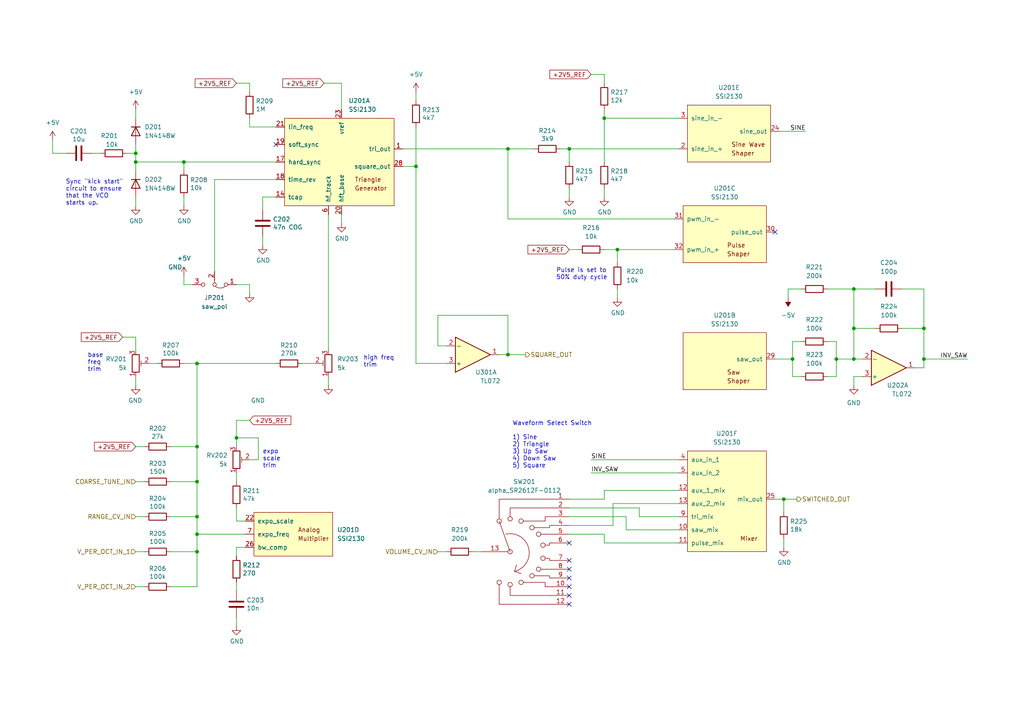
<source format=kicad_sch>
(kicad_sch (version 20230121) (generator eeschema)
  (paper "A4")
  (title_block (title "Josh Ox Ribbon Synth Mod Osc board") (date "2022-07-21") (rev "0") (comment 2 "creativecommons.org/licenses/by/4.0") (comment 3 "license: CC by 4.0") (comment 4 "Author: Jordan Aceto"))
  (lib_symbols
    (symbol "Amplifier_Operational:TL072" (pin_names (offset 0.127))
      (property "Reference" "U" (at 0 5.08 0))
      (property "Value" "TL072" (at 0 -5.08 0))
      (symbol "TL072_1_1"
        (pin output line (at 7.62 0 180) (length 2.54) (name "~") (number "1"))
        (pin input line (at -7.62 -2.54 0) (length 2.54) (name "-") (number "2"))
        (pin input line (at -7.62 2.54 0) (length 2.54) (name "+") (number "3"))
      )
      (symbol "TL072_2_1"
        (pin input line (at -7.62 2.54 0) (length 2.54) (name "+") (number "5"))
        (pin input line (at -7.62 -2.54 0) (length 2.54) (name "-") (number "6"))
        (pin output line (at 7.62 0 180) (length 2.54) (name "~") (number "7"))
      )
      (symbol "TL072_3_1"
        (pin power_in line (at -2.54 -7.62 90) (length 3.81) (name "V-") (number "4"))
        (pin power_in line (at -2.54 7.62 270) (length 3.81) (name "V+") (number "8"))
      )
    )
    (symbol "Device:C" (pin_numbers hide) (pin_names (offset 0.254))
      (property "Reference" "C" (at 0.635 2.54 0))
      (property "Value" "C" (at 0.635 -2.54 0))
      (symbol "C_1_1"
        (pin passive line (at 0 3.81 270) (length 2.794) (name "~") (number "1"))
        (pin passive line (at 0 -3.81 90) (length 2.794) (name "~") (number "2"))
      )
    )
    (symbol "Device:R" (pin_numbers hide) (pin_names (offset 0))
      (property "Reference" "R" (at 2.032 0 90))
      (property "Value" "R" (at 0 0 90))
      (symbol "R_1_1"
        (pin passive line (at 0 3.81 270) (length 1.27) (name "~") (number "1"))
        (pin passive line (at 0 -3.81 90) (length 1.27) (name "~") (number "2"))
      )
    )
    (symbol "Device:R_Potentiometer_Trim" (pin_names (offset 1.016) hide)
      (property "Reference" "RV" (at -4.445 0 90))
      (property "Value" "R_Potentiometer_Trim" (at -2.54 0 90))
      (symbol "R_Potentiometer_Trim_1_1"
        (pin passive line (at 0 3.81 270) (length 1.27) (name "1") (number "1"))
        (pin passive line (at 3.81 0 180) (length 1.27) (name "2") (number "2"))
        (pin passive line (at 0 -3.81 90) (length 1.27) (name "3") (number "3"))
      )
    )
    (symbol "Diode:1N4148W" (pin_numbers hide) (pin_names hide)
      (property "Reference" "D" (at 0 2.54 0))
      (property "Value" "1N4148W" (at 0 -2.54 0))
      (symbol "1N4148W_1_1"
        (pin passive line (at -3.81 0 0) (length 2.54) (name "K") (number "1"))
        (pin passive line (at 3.81 0 180) (length 2.54) (name "A") (number "2"))
      )
    )
    (symbol "Jumper:Jumper_3_Bridged12" (pin_names (offset 0) hide)
      (property "Reference" "JP" (at -2.54 -2.54 0))
      (property "Value" "Jumper_3_Bridged12" (at 0 2.794 0))
      (symbol "Jumper_3_Bridged12_1_1"
        (pin passive line (at -6.35 0 0) (length 2.54) (name "A") (number "1"))
        (pin passive line (at 0 -3.81 90) (length 2.54) (name "C") (number "2"))
        (pin passive line (at 6.35 0 180) (length 2.54) (name "B") (number "3"))
      )
    )
    (symbol "SSI2130_1" (pin_names (offset 1.016))
      (property "Reference" "U1" (at 2.0194 16.51 0))
      (property "Value" "SSI2130_1" (at 2.0194 13.97 0))
      (symbol "SSI2130_1_1_0"
        (text "Generator" (at 3.81 -8.89 0) (effects (font (size 1.27 1.27)) (justify left)))
        (text "Triangle" (at 3.81 -6.35 0) (effects (font (size 1.27 1.27)) (justify left)))
      )
      (symbol "SSI2130_1_1_1"
        (pin output line (at 17.78 2.54 180) (length 2.54) (name "tri_out") (number "1"))
        (pin input line (at -19.05 -11.43 0) (length 2.54) (name "tcap") (number "14"))
        (pin input line (at -19.05 -1.27 0) (length 2.54) (name "hard_sync") (number "17"))
        (pin input line (at -19.05 -6.35 0) (length 2.54) (name "time_rev") (number "18"))
        (pin input line (at -19.05 3.81 0) (length 2.54) (name "soft_sync") (number "19"))
        (pin input line (at 0 -16.51 90) (length 2.54) (name "hft_base") (number "20"))
        (pin input line (at -19.05 8.89 0) (length 2.54) (name "lin_freq") (number "21"))
        (pin input line (at 0 13.97 270) (length 2.54) (name "vref") (number "23"))
        (pin output line (at 17.78 -2.54 180) (length 2.54) (name "square_out") (number "28"))
        (pin input line (at -3.81 -16.51 90) (length 2.54) (name "hf_track") (number "6"))
      )
      (symbol "SSI2130_1_2_1"
        (text "Saw" (at 1.27 -3.81 0) (effects (font (size 1.27 1.27)) (justify left)))
        (text "Shaper" (at 1.27 -6.35 0) (effects (font (size 1.27 1.27)) (justify left)))
        (pin output line (at 15.24 0 180) (length 2.54) (name "saw_out") (number "29"))
      )
      (symbol "SSI2130_1_3_1"
        (text "Pulse" (at 1.27 -3.81 0) (effects (font (size 1.27 1.27)) (justify left)))
        (text "Shaper" (at 1.27 -6.35 0) (effects (font (size 1.27 1.27)) (justify left)))
        (pin output line (at 15.24 0 180) (length 2.54) (name "pulse_out") (number "30"))
        (pin input line (at -13.97 3.81 0) (length 2.54) (name "pwm_in_-") (number "31"))
        (pin input line (at -13.97 -5.08 0) (length 2.54) (name "pwm_in_+") (number "32"))
      )
      (symbol "SSI2130_1_4_1"
        (text "Analog" (at 1.27 1.27 0) (effects (font (size 1.27 1.27)) (justify left)))
        (text "Multiplier" (at 1.27 -1.27 0) (effects (font (size 1.27 1.27)) (justify left)))
        (pin input line (at -13.97 3.81 0) (length 2.54) (name "expo_scale") (number "22"))
        (pin input line (at -13.97 -3.81 0) (length 2.54) (name "bw_comp") (number "26"))
        (pin input line (at -13.97 0 0) (length 2.54) (name "expo_freq") (number "7"))
      )
      (symbol "SSI2130_1_5_1"
        (text "Shaper" (at 1.27 -6.35 0) (effects (font (size 1.27 1.27)) (justify left)))
        (text "Sine Wave" (at 1.27 -3.81 0) (effects (font (size 1.27 1.27)) (justify left)))
        (pin input line (at -13.97 -5.08 0) (length 2.54) (name "sine_in_+") (number "2"))
        (pin output line (at 15.24 0 180) (length 2.54) (name "sine_out") (number "24"))
        (pin input line (at -13.97 3.81 0) (length 2.54) (name "sine_in_-") (number "3"))
      )
      (symbol "SSI2130_1_6_1"
        (text "Mixer" (at 3.81 -7.62 0) (effects (font (size 1.27 1.27)) (justify left)))
        (pin input line (at -13.97 -5.08 0) (length 2.54) (name "saw_mix") (number "10"))
        (pin input line (at -13.97 -8.89 0) (length 2.54) (name "pulse_mix") (number "11"))
        (pin input line (at -13.97 6.35 0) (length 2.54) (name "aux_1_mix") (number "12"))
        (pin input line (at -13.97 2.54 0) (length 2.54) (name "aux_2_mix") (number "13"))
        (pin output line (at 13.97 3.81 180) (length 2.54) (name "mix_out") (number "25"))
        (pin input line (at -13.97 15.24 0) (length 2.54) (name "aux_in_1") (number "4"))
        (pin input line (at -13.97 11.43 0) (length 2.54) (name "aux_in_2") (number "5"))
        (pin input line (at -13.97 -1.27 0) (length 2.54) (name "tri_mix") (number "9"))
      )
      (symbol "SSI2130_1_7_1"
        (text "Power" (at 1.27 0 0) (effects (font (size 1.27 1.27)) (justify left)))
        (pin power_in line (at -13.97 -1.27 0) (length 2.54) (name "dgnd") (number "15"))
        (pin power_in line (at -13.97 1.27 0) (length 2.54) (name "agnd") (number "16"))
        (pin power_in line (at -13.97 3.81 0) (length 2.54) (name "V+") (number "27"))
        (pin power_in line (at -13.97 -3.81 0) (length 2.54) (name "V-") (number "8"))
      )
    )
    (symbol "SSI2130_2" (pin_names (offset 1.016))
      (property "Reference" "U1" (at 2.0194 16.51 0))
      (property "Value" "SSI2130_2" (at 2.0194 13.97 0))
      (symbol "SSI2130_2_1_0"
        (text "Generator" (at 3.81 -8.89 0) (effects (font (size 1.27 1.27)) (justify left)))
        (text "Triangle" (at 3.81 -6.35 0) (effects (font (size 1.27 1.27)) (justify left)))
      )
      (symbol "SSI2130_2_1_1"
        (pin output line (at 17.78 2.54 180) (length 2.54) (name "tri_out") (number "1"))
        (pin input line (at -19.05 -11.43 0) (length 2.54) (name "tcap") (number "14"))
        (pin input line (at -19.05 -1.27 0) (length 2.54) (name "hard_sync") (number "17"))
        (pin input line (at -19.05 -6.35 0) (length 2.54) (name "time_rev") (number "18"))
        (pin input line (at -19.05 3.81 0) (length 2.54) (name "soft_sync") (number "19"))
        (pin input line (at 0 -16.51 90) (length 2.54) (name "hft_base") (number "20"))
        (pin input line (at -19.05 8.89 0) (length 2.54) (name "lin_freq") (number "21"))
        (pin input line (at 0 13.97 270) (length 2.54) (name "vref") (number "23"))
        (pin output line (at 17.78 -2.54 180) (length 2.54) (name "square_out") (number "28"))
        (pin input line (at -3.81 -16.51 90) (length 2.54) (name "hf_track") (number "6"))
      )
      (symbol "SSI2130_2_2_1"
        (text "Saw" (at 1.27 -3.81 0) (effects (font (size 1.27 1.27)) (justify left)))
        (text "Shaper" (at 1.27 -6.35 0) (effects (font (size 1.27 1.27)) (justify left)))
        (pin output line (at 15.24 0 180) (length 2.54) (name "saw_out") (number "29"))
      )
      (symbol "SSI2130_2_3_1"
        (text "Pulse" (at 1.27 -3.81 0) (effects (font (size 1.27 1.27)) (justify left)))
        (text "Shaper" (at 1.27 -6.35 0) (effects (font (size 1.27 1.27)) (justify left)))
        (pin output line (at 15.24 0 180) (length 2.54) (name "pulse_out") (number "30"))
        (pin input line (at -13.97 3.81 0) (length 2.54) (name "pwm_in_-") (number "31"))
        (pin input line (at -13.97 -5.08 0) (length 2.54) (name "pwm_in_+") (number "32"))
      )
      (symbol "SSI2130_2_4_1"
        (text "Analog" (at 1.27 1.27 0) (effects (font (size 1.27 1.27)) (justify left)))
        (text "Multiplier" (at 1.27 -1.27 0) (effects (font (size 1.27 1.27)) (justify left)))
        (pin input line (at -13.97 3.81 0) (length 2.54) (name "expo_scale") (number "22"))
        (pin input line (at -13.97 -3.81 0) (length 2.54) (name "bw_comp") (number "26"))
        (pin input line (at -13.97 0 0) (length 2.54) (name "expo_freq") (number "7"))
      )
      (symbol "SSI2130_2_5_1"
        (text "Shaper" (at 1.27 -6.35 0) (effects (font (size 1.27 1.27)) (justify left)))
        (text "Sine Wave" (at 1.27 -3.81 0) (effects (font (size 1.27 1.27)) (justify left)))
        (pin input line (at -13.97 -5.08 0) (length 2.54) (name "sine_in_+") (number "2"))
        (pin output line (at 15.24 0 180) (length 2.54) (name "sine_out") (number "24"))
        (pin input line (at -13.97 3.81 0) (length 2.54) (name "sine_in_-") (number "3"))
      )
      (symbol "SSI2130_2_6_1"
        (text "Mixer" (at 3.81 -7.62 0) (effects (font (size 1.27 1.27)) (justify left)))
        (pin input line (at -13.97 -5.08 0) (length 2.54) (name "saw_mix") (number "10"))
        (pin input line (at -13.97 -8.89 0) (length 2.54) (name "pulse_mix") (number "11"))
        (pin input line (at -13.97 6.35 0) (length 2.54) (name "aux_1_mix") (number "12"))
        (pin input line (at -13.97 2.54 0) (length 2.54) (name "aux_2_mix") (number "13"))
        (pin output line (at 13.97 3.81 180) (length 2.54) (name "mix_out") (number "25"))
        (pin input line (at -13.97 15.24 0) (length 2.54) (name "aux_in_1") (number "4"))
        (pin input line (at -13.97 11.43 0) (length 2.54) (name "aux_in_2") (number "5"))
        (pin input line (at -13.97 -1.27 0) (length 2.54) (name "tri_mix") (number "9"))
      )
      (symbol "SSI2130_2_7_1"
        (text "Power" (at 1.27 0 0) (effects (font (size 1.27 1.27)) (justify left)))
        (pin power_in line (at -13.97 -1.27 0) (length 2.54) (name "dgnd") (number "15"))
        (pin power_in line (at -13.97 1.27 0) (length 2.54) (name "agnd") (number "16"))
        (pin power_in line (at -13.97 3.81 0) (length 2.54) (name "V+") (number "27"))
        (pin power_in line (at -13.97 -3.81 0) (length 2.54) (name "V-") (number "8"))
      )
    )
    (symbol "SSI2130_3" (pin_names (offset 1.016))
      (property "Reference" "U1" (at 2.0194 16.51 0))
      (property "Value" "SSI2130_3" (at 2.0194 13.97 0))
      (symbol "SSI2130_3_1_0"
        (text "Generator" (at 3.81 -8.89 0) (effects (font (size 1.27 1.27)) (justify left)))
        (text "Triangle" (at 3.81 -6.35 0) (effects (font (size 1.27 1.27)) (justify left)))
      )
      (symbol "SSI2130_3_1_1"
        (pin output line (at 17.78 2.54 180) (length 2.54) (name "tri_out") (number "1"))
        (pin input line (at -19.05 -11.43 0) (length 2.54) (name "tcap") (number "14"))
        (pin input line (at -19.05 -1.27 0) (length 2.54) (name "hard_sync") (number "17"))
        (pin input line (at -19.05 -6.35 0) (length 2.54) (name "time_rev") (number "18"))
        (pin input line (at -19.05 3.81 0) (length 2.54) (name "soft_sync") (number "19"))
        (pin input line (at 0 -16.51 90) (length 2.54) (name "hft_base") (number "20"))
        (pin input line (at -19.05 8.89 0) (length 2.54) (name "lin_freq") (number "21"))
        (pin input line (at 0 13.97 270) (length 2.54) (name "vref") (number "23"))
        (pin output line (at 17.78 -2.54 180) (length 2.54) (name "square_out") (number "28"))
        (pin input line (at -3.81 -16.51 90) (length 2.54) (name "hf_track") (number "6"))
      )
      (symbol "SSI2130_3_2_1"
        (text "Saw" (at 1.27 -3.81 0) (effects (font (size 1.27 1.27)) (justify left)))
        (text "Shaper" (at 1.27 -6.35 0) (effects (font (size 1.27 1.27)) (justify left)))
        (pin output line (at 15.24 0 180) (length 2.54) (name "saw_out") (number "29"))
      )
      (symbol "SSI2130_3_3_1"
        (text "Pulse" (at 1.27 -3.81 0) (effects (font (size 1.27 1.27)) (justify left)))
        (text "Shaper" (at 1.27 -6.35 0) (effects (font (size 1.27 1.27)) (justify left)))
        (pin output line (at 15.24 0 180) (length 2.54) (name "pulse_out") (number "30"))
        (pin input line (at -13.97 3.81 0) (length 2.54) (name "pwm_in_-") (number "31"))
        (pin input line (at -13.97 -5.08 0) (length 2.54) (name "pwm_in_+") (number "32"))
      )
      (symbol "SSI2130_3_4_1"
        (text "Analog" (at 1.27 1.27 0) (effects (font (size 1.27 1.27)) (justify left)))
        (text "Multiplier" (at 1.27 -1.27 0) (effects (font (size 1.27 1.27)) (justify left)))
        (pin input line (at -13.97 3.81 0) (length 2.54) (name "expo_scale") (number "22"))
        (pin input line (at -13.97 -3.81 0) (length 2.54) (name "bw_comp") (number "26"))
        (pin input line (at -13.97 0 0) (length 2.54) (name "expo_freq") (number "7"))
      )
      (symbol "SSI2130_3_5_1"
        (text "Shaper" (at 1.27 -6.35 0) (effects (font (size 1.27 1.27)) (justify left)))
        (text "Sine Wave" (at 1.27 -3.81 0) (effects (font (size 1.27 1.27)) (justify left)))
        (pin input line (at -13.97 -5.08 0) (length 2.54) (name "sine_in_+") (number "2"))
        (pin output line (at 15.24 0 180) (length 2.54) (name "sine_out") (number "24"))
        (pin input line (at -13.97 3.81 0) (length 2.54) (name "sine_in_-") (number "3"))
      )
      (symbol "SSI2130_3_6_1"
        (text "Mixer" (at 3.81 -7.62 0) (effects (font (size 1.27 1.27)) (justify left)))
        (pin input line (at -13.97 -5.08 0) (length 2.54) (name "saw_mix") (number "10"))
        (pin input line (at -13.97 -8.89 0) (length 2.54) (name "pulse_mix") (number "11"))
        (pin input line (at -13.97 6.35 0) (length 2.54) (name "aux_1_mix") (number "12"))
        (pin input line (at -13.97 2.54 0) (length 2.54) (name "aux_2_mix") (number "13"))
        (pin output line (at 13.97 3.81 180) (length 2.54) (name "mix_out") (number "25"))
        (pin input line (at -13.97 15.24 0) (length 2.54) (name "aux_in_1") (number "4"))
        (pin input line (at -13.97 11.43 0) (length 2.54) (name "aux_in_2") (number "5"))
        (pin input line (at -13.97 -1.27 0) (length 2.54) (name "tri_mix") (number "9"))
      )
      (symbol "SSI2130_3_7_1"
        (text "Power" (at 1.27 0 0) (effects (font (size 1.27 1.27)) (justify left)))
        (pin power_in line (at -13.97 -1.27 0) (length 2.54) (name "dgnd") (number "15"))
        (pin power_in line (at -13.97 1.27 0) (length 2.54) (name "agnd") (number "16"))
        (pin power_in line (at -13.97 3.81 0) (length 2.54) (name "V+") (number "27"))
        (pin power_in line (at -13.97 -3.81 0) (length 2.54) (name "V-") (number "8"))
      )
    )
    (symbol "SSI2130_4" (pin_names (offset 1.016))
      (property "Reference" "U1" (at 2.0194 16.51 0))
      (property "Value" "SSI2130_4" (at 2.0194 13.97 0))
      (symbol "SSI2130_4_1_0"
        (text "Generator" (at 3.81 -8.89 0) (effects (font (size 1.27 1.27)) (justify left)))
        (text "Triangle" (at 3.81 -6.35 0) (effects (font (size 1.27 1.27)) (justify left)))
      )
      (symbol "SSI2130_4_1_1"
        (pin output line (at 17.78 2.54 180) (length 2.54) (name "tri_out") (number "1"))
        (pin input line (at -19.05 -11.43 0) (length 2.54) (name "tcap") (number "14"))
        (pin input line (at -19.05 -1.27 0) (length 2.54) (name "hard_sync") (number "17"))
        (pin input line (at -19.05 -6.35 0) (length 2.54) (name "time_rev") (number "18"))
        (pin input line (at -19.05 3.81 0) (length 2.54) (name "soft_sync") (number "19"))
        (pin input line (at 0 -16.51 90) (length 2.54) (name "hft_base") (number "20"))
        (pin input line (at -19.05 8.89 0) (length 2.54) (name "lin_freq") (number "21"))
        (pin input line (at 0 13.97 270) (length 2.54) (name "vref") (number "23"))
        (pin output line (at 17.78 -2.54 180) (length 2.54) (name "square_out") (number "28"))
        (pin input line (at -3.81 -16.51 90) (length 2.54) (name "hf_track") (number "6"))
      )
      (symbol "SSI2130_4_2_1"
        (text "Saw" (at 1.27 -3.81 0) (effects (font (size 1.27 1.27)) (justify left)))
        (text "Shaper" (at 1.27 -6.35 0) (effects (font (size 1.27 1.27)) (justify left)))
        (pin output line (at 15.24 0 180) (length 2.54) (name "saw_out") (number "29"))
      )
      (symbol "SSI2130_4_3_1"
        (text "Pulse" (at 1.27 -3.81 0) (effects (font (size 1.27 1.27)) (justify left)))
        (text "Shaper" (at 1.27 -6.35 0) (effects (font (size 1.27 1.27)) (justify left)))
        (pin output line (at 15.24 0 180) (length 2.54) (name "pulse_out") (number "30"))
        (pin input line (at -13.97 3.81 0) (length 2.54) (name "pwm_in_-") (number "31"))
        (pin input line (at -13.97 -5.08 0) (length 2.54) (name "pwm_in_+") (number "32"))
      )
      (symbol "SSI2130_4_4_1"
        (text "Analog" (at 1.27 1.27 0) (effects (font (size 1.27 1.27)) (justify left)))
        (text "Multiplier" (at 1.27 -1.27 0) (effects (font (size 1.27 1.27)) (justify left)))
        (pin input line (at -13.97 3.81 0) (length 2.54) (name "expo_scale") (number "22"))
        (pin input line (at -13.97 -3.81 0) (length 2.54) (name "bw_comp") (number "26"))
        (pin input line (at -13.97 0 0) (length 2.54) (name "expo_freq") (number "7"))
      )
      (symbol "SSI2130_4_5_1"
        (text "Shaper" (at 1.27 -6.35 0) (effects (font (size 1.27 1.27)) (justify left)))
        (text "Sine Wave" (at 1.27 -3.81 0) (effects (font (size 1.27 1.27)) (justify left)))
        (pin input line (at -13.97 -5.08 0) (length 2.54) (name "sine_in_+") (number "2"))
        (pin output line (at 15.24 0 180) (length 2.54) (name "sine_out") (number "24"))
        (pin input line (at -13.97 3.81 0) (length 2.54) (name "sine_in_-") (number "3"))
      )
      (symbol "SSI2130_4_6_1"
        (text "Mixer" (at 3.81 -7.62 0) (effects (font (size 1.27 1.27)) (justify left)))
        (pin input line (at -13.97 -5.08 0) (length 2.54) (name "saw_mix") (number "10"))
        (pin input line (at -13.97 -8.89 0) (length 2.54) (name "pulse_mix") (number "11"))
        (pin input line (at -13.97 6.35 0) (length 2.54) (name "aux_1_mix") (number "12"))
        (pin input line (at -13.97 2.54 0) (length 2.54) (name "aux_2_mix") (number "13"))
        (pin output line (at 13.97 3.81 180) (length 2.54) (name "mix_out") (number "25"))
        (pin input line (at -13.97 15.24 0) (length 2.54) (name "aux_in_1") (number "4"))
        (pin input line (at -13.97 11.43 0) (length 2.54) (name "aux_in_2") (number "5"))
        (pin input line (at -13.97 -1.27 0) (length 2.54) (name "tri_mix") (number "9"))
      )
      (symbol "SSI2130_4_7_1"
        (text "Power" (at 1.27 0 0) (effects (font (size 1.27 1.27)) (justify left)))
        (pin power_in line (at -13.97 -1.27 0) (length 2.54) (name "dgnd") (number "15"))
        (pin power_in line (at -13.97 1.27 0) (length 2.54) (name "agnd") (number "16"))
        (pin power_in line (at -13.97 3.81 0) (length 2.54) (name "V+") (number "27"))
        (pin power_in line (at -13.97 -3.81 0) (length 2.54) (name "V-") (number "8"))
      )
    )
    (symbol "SSI2130_5" (pin_names (offset 1.016))
      (property "Reference" "U1" (at 2.0194 16.51 0))
      (property "Value" "SSI2130_5" (at 2.0194 13.97 0))
      (symbol "SSI2130_5_1_0"
        (text "Generator" (at 3.81 -8.89 0) (effects (font (size 1.27 1.27)) (justify left)))
        (text "Triangle" (at 3.81 -6.35 0) (effects (font (size 1.27 1.27)) (justify left)))
      )
      (symbol "SSI2130_5_1_1"
        (pin output line (at 17.78 2.54 180) (length 2.54) (name "tri_out") (number "1"))
        (pin input line (at -19.05 -11.43 0) (length 2.54) (name "tcap") (number "14"))
        (pin input line (at -19.05 -1.27 0) (length 2.54) (name "hard_sync") (number "17"))
        (pin input line (at -19.05 -6.35 0) (length 2.54) (name "time_rev") (number "18"))
        (pin input line (at -19.05 3.81 0) (length 2.54) (name "soft_sync") (number "19"))
        (pin input line (at 0 -16.51 90) (length 2.54) (name "hft_base") (number "20"))
        (pin input line (at -19.05 8.89 0) (length 2.54) (name "lin_freq") (number "21"))
        (pin input line (at 0 13.97 270) (length 2.54) (name "vref") (number "23"))
        (pin output line (at 17.78 -2.54 180) (length 2.54) (name "square_out") (number "28"))
        (pin input line (at -3.81 -16.51 90) (length 2.54) (name "hf_track") (number "6"))
      )
      (symbol "SSI2130_5_2_1"
        (text "Saw" (at 1.27 -3.81 0) (effects (font (size 1.27 1.27)) (justify left)))
        (text "Shaper" (at 1.27 -6.35 0) (effects (font (size 1.27 1.27)) (justify left)))
        (pin output line (at 15.24 0 180) (length 2.54) (name "saw_out") (number "29"))
      )
      (symbol "SSI2130_5_3_1"
        (text "Pulse" (at 1.27 -3.81 0) (effects (font (size 1.27 1.27)) (justify left)))
        (text "Shaper" (at 1.27 -6.35 0) (effects (font (size 1.27 1.27)) (justify left)))
        (pin output line (at 15.24 0 180) (length 2.54) (name "pulse_out") (number "30"))
        (pin input line (at -13.97 3.81 0) (length 2.54) (name "pwm_in_-") (number "31"))
        (pin input line (at -13.97 -5.08 0) (length 2.54) (name "pwm_in_+") (number "32"))
      )
      (symbol "SSI2130_5_4_1"
        (text "Analog" (at 1.27 1.27 0) (effects (font (size 1.27 1.27)) (justify left)))
        (text "Multiplier" (at 1.27 -1.27 0) (effects (font (size 1.27 1.27)) (justify left)))
        (pin input line (at -13.97 3.81 0) (length 2.54) (name "expo_scale") (number "22"))
        (pin input line (at -13.97 -3.81 0) (length 2.54) (name "bw_comp") (number "26"))
        (pin input line (at -13.97 0 0) (length 2.54) (name "expo_freq") (number "7"))
      )
      (symbol "SSI2130_5_5_1"
        (text "Shaper" (at 1.27 -6.35 0) (effects (font (size 1.27 1.27)) (justify left)))
        (text "Sine Wave" (at 1.27 -3.81 0) (effects (font (size 1.27 1.27)) (justify left)))
        (pin input line (at -13.97 -5.08 0) (length 2.54) (name "sine_in_+") (number "2"))
        (pin output line (at 15.24 0 180) (length 2.54) (name "sine_out") (number "24"))
        (pin input line (at -13.97 3.81 0) (length 2.54) (name "sine_in_-") (number "3"))
      )
      (symbol "SSI2130_5_6_1"
        (text "Mixer" (at 3.81 -7.62 0) (effects (font (size 1.27 1.27)) (justify left)))
        (pin input line (at -13.97 -5.08 0) (length 2.54) (name "saw_mix") (number "10"))
        (pin input line (at -13.97 -8.89 0) (length 2.54) (name "pulse_mix") (number "11"))
        (pin input line (at -13.97 6.35 0) (length 2.54) (name "aux_1_mix") (number "12"))
        (pin input line (at -13.97 2.54 0) (length 2.54) (name "aux_2_mix") (number "13"))
        (pin output line (at 13.97 3.81 180) (length 2.54) (name "mix_out") (number "25"))
        (pin input line (at -13.97 15.24 0) (length 2.54) (name "aux_in_1") (number "4"))
        (pin input line (at -13.97 11.43 0) (length 2.54) (name "aux_in_2") (number "5"))
        (pin input line (at -13.97 -1.27 0) (length 2.54) (name "tri_mix") (number "9"))
      )
      (symbol "SSI2130_5_7_1"
        (text "Power" (at 1.27 0 0) (effects (font (size 1.27 1.27)) (justify left)))
        (pin power_in line (at -13.97 -1.27 0) (length 2.54) (name "dgnd") (number "15"))
        (pin power_in line (at -13.97 1.27 0) (length 2.54) (name "agnd") (number "16"))
        (pin power_in line (at -13.97 3.81 0) (length 2.54) (name "V+") (number "27"))
        (pin power_in line (at -13.97 -3.81 0) (length 2.54) (name "V-") (number "8"))
      )
    )
    (symbol "custom_symbols:SSI2130" (pin_names (offset 1.016))
      (property "Reference" "U1" (at 2.0194 16.51 0))
      (property "Value" "SSI2130" (at 2.0194 13.97 0))
      (symbol "SSI2130_1_0"
        (text "Generator" (at 3.81 -8.89 0) (effects (font (size 1.27 1.27)) (justify left)))
        (text "Triangle" (at 3.81 -6.35 0) (effects (font (size 1.27 1.27)) (justify left)))
      )
      (symbol "SSI2130_1_1"
        (pin output line (at 17.78 2.54 180) (length 2.54) (name "tri_out") (number "1"))
        (pin input line (at -19.05 -11.43 0) (length 2.54) (name "tcap") (number "14"))
        (pin input line (at -19.05 -1.27 0) (length 2.54) (name "hard_sync") (number "17"))
        (pin input line (at -19.05 -6.35 0) (length 2.54) (name "time_rev") (number "18"))
        (pin input line (at -19.05 3.81 0) (length 2.54) (name "soft_sync") (number "19"))
        (pin input line (at 0 -16.51 90) (length 2.54) (name "hft_base") (number "20"))
        (pin input line (at -19.05 8.89 0) (length 2.54) (name "lin_freq") (number "21"))
        (pin input line (at 0 13.97 270) (length 2.54) (name "vref") (number "23"))
        (pin output line (at 17.78 -2.54 180) (length 2.54) (name "square_out") (number "28"))
        (pin input line (at -3.81 -16.51 90) (length 2.54) (name "hf_track") (number "6"))
      )
      (symbol "SSI2130_2_1"
        (text "Saw" (at 1.27 -3.81 0) (effects (font (size 1.27 1.27)) (justify left)))
        (text "Shaper" (at 1.27 -6.35 0) (effects (font (size 1.27 1.27)) (justify left)))
        (pin output line (at 15.24 0 180) (length 2.54) (name "saw_out") (number "29"))
      )
      (symbol "SSI2130_3_1"
        (text "Pulse" (at 1.27 -3.81 0) (effects (font (size 1.27 1.27)) (justify left)))
        (text "Shaper" (at 1.27 -6.35 0) (effects (font (size 1.27 1.27)) (justify left)))
        (pin output line (at 15.24 0 180) (length 2.54) (name "pulse_out") (number "30"))
        (pin input line (at -13.97 3.81 0) (length 2.54) (name "pwm_in_-") (number "31"))
        (pin input line (at -13.97 -5.08 0) (length 2.54) (name "pwm_in_+") (number "32"))
      )
      (symbol "SSI2130_4_1"
        (text "Analog" (at 1.27 1.27 0) (effects (font (size 1.27 1.27)) (justify left)))
        (text "Multiplier" (at 1.27 -1.27 0) (effects (font (size 1.27 1.27)) (justify left)))
        (pin input line (at -13.97 3.81 0) (length 2.54) (name "expo_scale") (number "22"))
        (pin input line (at -13.97 -3.81 0) (length 2.54) (name "bw_comp") (number "26"))
        (pin input line (at -13.97 0 0) (length 2.54) (name "expo_freq") (number "7"))
      )
      (symbol "SSI2130_5_1"
        (text "Shaper" (at 1.27 -6.35 0) (effects (font (size 1.27 1.27)) (justify left)))
        (text "Sine Wave" (at 1.27 -3.81 0) (effects (font (size 1.27 1.27)) (justify left)))
        (pin input line (at -13.97 -5.08 0) (length 2.54) (name "sine_in_+") (number "2"))
        (pin output line (at 15.24 0 180) (length 2.54) (name "sine_out") (number "24"))
        (pin input line (at -13.97 3.81 0) (length 2.54) (name "sine_in_-") (number "3"))
      )
      (symbol "SSI2130_6_1"
        (text "Mixer" (at 3.81 -7.62 0) (effects (font (size 1.27 1.27)) (justify left)))
        (pin input line (at -13.97 -5.08 0) (length 2.54) (name "saw_mix") (number "10"))
        (pin input line (at -13.97 -8.89 0) (length 2.54) (name "pulse_mix") (number "11"))
        (pin input line (at -13.97 6.35 0) (length 2.54) (name "aux_1_mix") (number "12"))
        (pin input line (at -13.97 2.54 0) (length 2.54) (name "aux_2_mix") (number "13"))
        (pin output line (at 13.97 3.81 180) (length 2.54) (name "mix_out") (number "25"))
        (pin input line (at -13.97 15.24 0) (length 2.54) (name "aux_in_1") (number "4"))
        (pin input line (at -13.97 11.43 0) (length 2.54) (name "aux_in_2") (number "5"))
        (pin input line (at -13.97 -1.27 0) (length 2.54) (name "tri_mix") (number "9"))
      )
      (symbol "SSI2130_7_1"
        (text "Power" (at 1.27 0 0) (effects (font (size 1.27 1.27)) (justify left)))
        (pin power_in line (at -13.97 -1.27 0) (length 2.54) (name "dgnd") (number "15"))
        (pin power_in line (at -13.97 1.27 0) (length 2.54) (name "agnd") (number "16"))
        (pin power_in line (at -13.97 3.81 0) (length 2.54) (name "V+") (number "27"))
        (pin power_in line (at -13.97 -3.81 0) (length 2.54) (name "V-") (number "8"))
      )
    )
    (symbol "custom_symbols:alpha_SR2612F-0112" (pin_names (offset 1.016) hide)
      (property "Reference" "SW1" (at 2.54 19.8374 0))
      (property "Value" "alpha_SR2612F-0112" (at 2.54 17.526 0))
      (symbol "alpha_SR2612F-0112_0_1"
        (pin passive line (at 10.16 15.24 180) (length 5.08) (name "1") (number "1"))
        (pin passive line (at 10.16 -10.16 180) (length 5.08) (name "10") (number "10"))
        (pin passive line (at 10.16 -12.7 180) (length 5.08) (name "11") (number "11"))
        (pin passive line (at 10.16 -15.24 180) (length 5.08) (name "12") (number "12"))
        (pin passive line (at -15.24 0 0) (length 7.62) (name "13") (number "13"))
        (pin passive line (at 10.16 12.7 180) (length 5.08) (name "2") (number "2"))
        (pin passive line (at 10.16 10.16 180) (length 5.08) (name "3") (number "3"))
        (pin passive line (at 10.16 7.62 180) (length 5.08) (name "4") (number "4"))
        (pin passive line (at 10.16 5.08 180) (length 5.08) (name "5") (number "5"))
        (pin passive line (at 10.16 2.54 180) (length 5.08) (name "6") (number "6"))
        (pin passive line (at 10.16 -2.54 180) (length 5.08) (name "7") (number "7"))
        (pin passive line (at 10.16 -5.08 180) (length 5.08) (name "8") (number "8"))
        (pin passive line (at 10.16 -7.62 180) (length 5.08) (name "9") (number "9"))
      )
    )
    (symbol "power:+5V" (power) (pin_names (offset 0))
      (property "Value" "+5V" (at 0 3.556 0))
      (symbol "+5V_1_1"
        (pin power_in line (at 0 0 90) (length 0) hide (name "+5V") (number "1"))
      )
    )
    (symbol "power:-5V" (power) (pin_names (offset 0))
      (property "Value" "-5V" (at 0 3.81 0))
      (symbol "-5V_0_0"
        (pin power_in line (at 0 0 90) (length 0) hide (name "-5V") (number "1"))
      )
    )
    (symbol "power:GND" (power) (pin_names (offset 0))
      (property "Value" "GND" (at 0 -3.81 0))
      (symbol "GND_1_1"
        (pin power_in line (at 0 0 270) (length 0) hide (name "GND") (number "1"))
      )
    )
  )
  (junction (at 247.65 104.14))
  (junction (at 229.87 104.14))
  (junction (at 165.1 43.18))
  (junction (at 57.15 154.94))
  (junction (at 147.32 102.87))
  (junction (at 57.15 139.7))
  (junction (at 179.07 72.39))
  (junction (at 39.37 44.45))
  (junction (at 57.15 105.41))
  (junction (at 57.15 160.02))
  (junction (at 227.33 144.78))
  (junction (at 68.58 127))
  (junction (at 242.57 104.14))
  (junction (at 120.65 48.26))
  (junction (at 57.15 149.86))
  (junction (at 267.97 104.14))
  (junction (at 53.34 46.99))
  (junction (at 147.32 43.18))
  (junction (at 267.97 95.25))
  (junction (at 175.26 34.29))
  (junction (at 247.65 95.25))
  (junction (at 57.15 129.54))
  (junction (at 247.65 83.82))
  (junction (at 39.37 46.99))
  (no_connect (at 165.1 170.18))
  (no_connect (at 165.1 172.72))
  (no_connect (at 165.1 175.26))
  (no_connect (at 165.1 167.64))
  (no_connect (at 165.1 157.48))
  (no_connect (at 165.1 162.56))
  (no_connect (at 165.1 165.1))
  (no_connect (at 80.01 41.91))
  (no_connect (at 224.79 67.31))
  (wire (pts (xy 175.26 34.29) (xy 175.26 31.75)))
  (wire (pts (xy 196.85 142.24) (xy 175.26 142.24)))
  (wire (pts (xy 224.79 104.14) (xy 229.87 104.14)))
  (wire (pts (xy 116.84 43.18) (xy 147.32 43.18)))
  (wire (pts (xy 95.25 111.76) (xy 95.25 109.22)))
  (wire (pts (xy 224.79 144.78) (xy 227.33 144.78)))
  (wire (pts (xy 35.56 97.79) (xy 39.37 97.79)))
  (wire (pts (xy 165.1 46.99) (xy 165.1 43.18)))
  (wire (pts (xy 226.06 38.1) (xy 233.68 38.1)))
  (wire (pts (xy 68.58 171.45) (xy 68.58 168.91)))
  (wire (pts (xy 74.93 127) (xy 68.58 127)))
  (wire (pts (xy 57.15 129.54) (xy 57.15 139.7)))
  (wire (pts (xy 76.2 60.96) (xy 76.2 57.15)))
  (wire (pts (xy 49.53 170.18) (xy 57.15 170.18)))
  (wire (pts (xy 228.6 83.82) (xy 228.6 86.36)))
  (wire (pts (xy 95.25 62.23) (xy 95.25 101.6)))
  (wire (pts (xy 171.45 21.59) (xy 175.26 21.59)))
  (wire (pts (xy 39.37 31.75) (xy 39.37 34.29)))
  (wire (pts (xy 127 160.02) (xy 129.54 160.02)))
  (wire (pts (xy 162.56 43.18) (xy 165.1 43.18)))
  (wire (pts (xy 72.39 121.92) (xy 68.58 121.92)))
  (wire (pts (xy 116.84 48.26) (xy 120.65 48.26)))
  (wire (pts (xy 242.57 99.06) (xy 242.57 104.14)))
  (wire (pts (xy 179.07 83.82) (xy 179.07 86.36)))
  (wire (pts (xy 53.34 46.99) (xy 53.34 49.53)))
  (wire (pts (xy 227.33 156.21) (xy 227.33 158.75)))
  (wire (pts (xy 147.32 91.44) (xy 127 91.44)))
  (wire (pts (xy 39.37 46.99) (xy 39.37 49.53)))
  (wire (pts (xy 144.78 102.87) (xy 147.32 102.87)))
  (wire (pts (xy 57.15 139.7) (xy 57.15 149.86)))
  (wire (pts (xy 267.97 104.14) (xy 267.97 106.68)))
  (wire (pts (xy 267.97 106.68) (xy 265.43 106.68)))
  (wire (pts (xy 91.44 105.41) (xy 87.63 105.41)))
  (wire (pts (xy 196.85 149.86) (xy 185.42 149.86)))
  (wire (pts (xy 74.93 133.35) (xy 74.93 127)))
  (wire (pts (xy 242.57 104.14) (xy 247.65 104.14)))
  (wire (pts (xy 57.15 160.02) (xy 57.15 154.94)))
  (wire (pts (xy 229.87 109.22) (xy 229.87 104.14)))
  (wire (pts (xy 247.65 83.82) (xy 247.65 95.25)))
  (wire (pts (xy 19.05 44.45) (xy 15.24 44.45)))
  (wire (pts (xy 147.32 102.87) (xy 152.4 102.87)))
  (wire (pts (xy 120.65 29.21) (xy 120.65 26.67)))
  (wire (pts (xy 72.39 36.83) (xy 72.39 34.29)))
  (wire (pts (xy 171.45 137.16) (xy 196.85 137.16)))
  (wire (pts (xy 68.58 147.32) (xy 68.58 151.13)))
  (wire (pts (xy 57.15 105.41) (xy 57.15 129.54)))
  (wire (pts (xy 175.26 72.39) (xy 179.07 72.39)))
  (wire (pts (xy 261.62 95.25) (xy 267.97 95.25)))
  (wire (pts (xy 57.15 139.7) (xy 49.53 139.7)))
  (wire (pts (xy 39.37 59.69) (xy 39.37 57.15)))
  (wire (pts (xy 15.24 44.45) (xy 15.24 40.64)))
  (wire (pts (xy 72.39 133.35) (xy 74.93 133.35)))
  (wire (pts (xy 99.06 24.13) (xy 93.98 24.13)))
  (wire (pts (xy 120.65 105.41) (xy 129.54 105.41)))
  (wire (pts (xy 185.42 147.32) (xy 165.1 147.32)))
  (wire (pts (xy 242.57 109.22) (xy 240.03 109.22)))
  (wire (pts (xy 129.54 100.33) (xy 127 100.33)))
  (wire (pts (xy 68.58 121.92) (xy 68.58 127)))
  (wire (pts (xy 247.65 104.14) (xy 247.65 95.25)))
  (wire (pts (xy 39.37 129.54) (xy 41.91 129.54)))
  (wire (pts (xy 53.34 105.41) (xy 57.15 105.41)))
  (wire (pts (xy 62.23 78.74) (xy 62.23 52.07)))
  (wire (pts (xy 36.83 44.45) (xy 39.37 44.45)))
  (wire (pts (xy 72.39 26.67) (xy 72.39 24.13)))
  (wire (pts (xy 120.65 48.26) (xy 120.65 105.41)))
  (wire (pts (xy 57.15 105.41) (xy 80.01 105.41)))
  (wire (pts (xy 39.37 149.86) (xy 41.91 149.86)))
  (wire (pts (xy 68.58 82.55) (xy 72.39 82.55)))
  (wire (pts (xy 229.87 104.14) (xy 229.87 99.06)))
  (wire (pts (xy 76.2 57.15) (xy 80.01 57.15)))
  (wire (pts (xy 175.26 144.78) (xy 165.1 144.78)))
  (wire (pts (xy 53.34 46.99) (xy 80.01 46.99)))
  (wire (pts (xy 57.15 149.86) (xy 49.53 149.86)))
  (wire (pts (xy 267.97 95.25) (xy 267.97 104.14)))
  (wire (pts (xy 68.58 161.29) (xy 68.58 158.75)))
  (wire (pts (xy 267.97 95.25) (xy 267.97 83.82)))
  (wire (pts (xy 71.12 154.94) (xy 57.15 154.94)))
  (wire (pts (xy 53.34 82.55) (xy 55.88 82.55)))
  (wire (pts (xy 165.1 54.61) (xy 165.1 57.15)))
  (wire (pts (xy 39.37 41.91) (xy 39.37 44.45)))
  (wire (pts (xy 39.37 44.45) (xy 39.37 46.99)))
  (wire (pts (xy 53.34 80.01) (xy 53.34 82.55)))
  (wire (pts (xy 165.1 72.39) (xy 167.64 72.39)))
  (wire (pts (xy 57.15 129.54) (xy 49.53 129.54)))
  (wire (pts (xy 127 100.33) (xy 127 91.44)))
  (wire (pts (xy 171.45 133.35) (xy 196.85 133.35)))
  (wire (pts (xy 177.8 152.4) (xy 177.8 146.05)))
  (wire (pts (xy 68.58 127) (xy 68.58 129.54)))
  (wire (pts (xy 177.8 146.05) (xy 196.85 146.05)))
  (wire (pts (xy 76.2 71.12) (xy 76.2 68.58)))
  (wire (pts (xy 39.37 46.99) (xy 53.34 46.99)))
  (wire (pts (xy 181.61 149.86) (xy 181.61 153.67)))
  (wire (pts (xy 72.39 85.09) (xy 72.39 82.55)))
  (wire (pts (xy 175.26 154.94) (xy 165.1 154.94)))
  (wire (pts (xy 68.58 24.13) (xy 72.39 24.13)))
  (wire (pts (xy 137.16 160.02) (xy 139.7 160.02)))
  (wire (pts (xy 185.42 149.86) (xy 185.42 147.32)))
  (wire (pts (xy 247.65 109.22) (xy 250.19 109.22)))
  (wire (pts (xy 229.87 99.06) (xy 232.41 99.06)))
  (wire (pts (xy 195.58 63.5) (xy 147.32 63.5)))
  (wire (pts (xy 72.39 36.83) (xy 80.01 36.83)))
  (wire (pts (xy 165.1 149.86) (xy 181.61 149.86)))
  (wire (pts (xy 196.85 157.48) (xy 175.26 157.48)))
  (wire (pts (xy 179.07 72.39) (xy 179.07 76.2)))
  (wire (pts (xy 179.07 72.39) (xy 195.58 72.39)))
  (wire (pts (xy 43.18 105.41) (xy 45.72 105.41)))
  (wire (pts (xy 39.37 160.02) (xy 41.91 160.02)))
  (wire (pts (xy 53.34 59.69) (xy 53.34 57.15)))
  (wire (pts (xy 247.65 95.25) (xy 254 95.25)))
  (wire (pts (xy 29.21 44.45) (xy 26.67 44.45)))
  (wire (pts (xy 68.58 158.75) (xy 71.12 158.75)))
  (wire (pts (xy 181.61 153.67) (xy 196.85 153.67)))
  (wire (pts (xy 267.97 83.82) (xy 261.62 83.82)))
  (wire (pts (xy 68.58 139.7) (xy 68.58 137.16)))
  (wire (pts (xy 228.6 83.82) (xy 232.41 83.82)))
  (wire (pts (xy 242.57 104.14) (xy 242.57 109.22)))
  (wire (pts (xy 39.37 139.7) (xy 41.91 139.7)))
  (wire (pts (xy 240.03 99.06) (xy 242.57 99.06)))
  (wire (pts (xy 99.06 64.77) (xy 99.06 62.23)))
  (wire (pts (xy 175.26 157.48) (xy 175.26 154.94)))
  (wire (pts (xy 120.65 36.83) (xy 120.65 48.26)))
  (wire (pts (xy 240.03 83.82) (xy 247.65 83.82)))
  (wire (pts (xy 175.26 46.99) (xy 175.26 34.29)))
  (wire (pts (xy 165.1 43.18) (xy 196.85 43.18)))
  (wire (pts (xy 62.23 52.07) (xy 80.01 52.07)))
  (wire (pts (xy 250.19 104.14) (xy 247.65 104.14)))
  (wire (pts (xy 147.32 43.18) (xy 154.94 43.18)))
  (wire (pts (xy 39.37 170.18) (xy 41.91 170.18)))
  (wire (pts (xy 247.65 111.76) (xy 247.65 109.22)))
  (wire (pts (xy 227.33 148.59) (xy 227.33 144.78)))
  (wire (pts (xy 57.15 154.94) (xy 57.15 149.86)))
  (wire (pts (xy 254 83.82) (xy 247.65 83.82)))
  (wire (pts (xy 99.06 24.13) (xy 99.06 31.75)))
  (wire (pts (xy 49.53 160.02) (xy 57.15 160.02)))
  (wire (pts (xy 227.33 144.78) (xy 231.14 144.78)))
  (wire (pts (xy 57.15 170.18) (xy 57.15 160.02)))
  (wire (pts (xy 165.1 152.4) (xy 177.8 152.4)))
  (wire (pts (xy 39.37 97.79) (xy 39.37 101.6)))
  (wire (pts (xy 175.26 54.61) (xy 175.26 57.15)))
  (wire (pts (xy 71.12 151.13) (xy 68.58 151.13)))
  (wire (pts (xy 280.67 104.14) (xy 267.97 104.14)))
  (wire (pts (xy 147.32 63.5) (xy 147.32 43.18)))
  (wire (pts (xy 232.41 109.22) (xy 229.87 109.22)))
  (wire (pts (xy 175.26 142.24) (xy 175.26 144.78)))
  (wire (pts (xy 39.37 111.76) (xy 39.37 109.22)))
  (wire (pts (xy 68.58 181.61) (xy 68.58 179.07)))
  (wire (pts (xy 147.32 102.87) (xy 147.32 91.44)))
  (wire (pts (xy 175.26 24.13) (xy 175.26 21.59)))
  (wire (pts (xy 196.85 34.29) (xy 175.26 34.29)))
  (text "Waveform Select Switch\n\n1) Sine\n2) Triangle\n3) Up Saw\n4) Down Saw\n5) Square" (at 148.59 135.89 0) (effects (font (size 1.27 1.27)) (justify left bottom)))
  (text "high freq\ntrim" (at 105.41 106.68 0) (effects (font (size 1.27 1.27)) (justify left bottom)))
  (text "Pulse is set to\n50% duty cycle" (at 161.29 81.28 0) (effects (font (size 1.27 1.27)) (justify left bottom)))
  (text "expo\nscale \ntrim" (at 76.2 135.89 0) (effects (font (size 1.27 1.27)) (justify left bottom)))
  (text "Sync \"kick start\" \ncircuit to ensure \nthat the VCO\nstarts up." (at 19.05 59.69 0) (effects (font (size 1.27 1.27)) (justify left bottom)))
  (text "base\nfreq\ntrim" (at 25.4 107.95 0) (effects (font (size 1.27 1.27)) (justify left bottom)))
  (label "INV_SAW" (at 171.45 137.16 0))
  (label "SINE" (at 171.45 133.35 0))
  (label "SINE" (at 233.68 38.1 180))
  (label "INV_SAW" (at 280.67 104.14 180))
  (global_label "+2V5_REF" (shape input) (at 39.37 129.54 180) (property "Intersheetrefs" "${INTERSHEET_REFS}" (effects hide)))
  (global_label "+2V5_REF" (shape input) (at 93.98 24.13 180) (property "Intersheetrefs" "${INTERSHEET_REFS}" (effects hide)))
  (global_label "+2V5_REF" (shape input) (at 72.39 121.92 0) (property "Intersheetrefs" "${INTERSHEET_REFS}" (effects hide)))
  (global_label "+2V5_REF" (shape input) (at 165.1 72.39 180) (property "Intersheetrefs" "${INTERSHEET_REFS}" (effects hide)))
  (global_label "+2V5_REF" (shape input) (at 68.58 24.13 180) (property "Intersheetrefs" "${INTERSHEET_REFS}" (effects hide)))
  (global_label "+2V5_REF" (shape input) (at 35.56 97.79 180) (property "Intersheetrefs" "${INTERSHEET_REFS}" (effects hide)))
  (global_label "+2V5_REF" (shape input) (at 171.45 21.59 180) (property "Intersheetrefs" "${INTERSHEET_REFS}" (effects hide)))
  (hierarchical_label "VOLUME_CV_IN" (shape input) (at 127 160.02 180))
  (hierarchical_label "COARSE_TUNE_IN" (shape input) (at 39.37 139.7 180))
  (hierarchical_label "V_PER_OCT_IN_1" (shape input) (at 39.37 160.02 180))
  (hierarchical_label "SQUARE_OUT" (shape output) (at 152.4 102.87 0))
  (hierarchical_label "V_PER_OCT_IN_2" (shape input) (at 39.37 170.18 180))
  (hierarchical_label "RANGE_CV_IN" (shape input) (at 39.37 149.86 180))
  (hierarchical_label "SWITCHED_OUT" (shape output) (at 231.14 144.78 0))
  (symbol (lib_id "Device:R") (at 72.39 30.48 180) (unit 1)
    (property "Reference" "R209" (at 74.168 29.3116 0) (effects (justify right)))
    (property "Value" "1M" (at 74.168 31.623 0) (effects (justify right)))
    (property "Footprint" "Resistor_SMD:R_0805_2012Metric" (effects hide))
  )
  (symbol (lib_id "Device:R") (at 171.45 72.39 90) (unit 1)
    (property "Reference" "R216" (at 171.45 66.04 90))
    (property "Value" "10k" (at 171.45 68.58 90))
    (property "Footprint" "Resistor_SMD:R_0805_2012Metric" (effects hide))
  )
  (symbol (lib_id "Amplifier_Operational:TL072") (at 137.16 102.87 0) (mirror x) (unit 1)
    (property "Reference" "U301" (at 140.97 107.95 0))
    (property "Value" "TL072" (at 142.24 110.49 0))
    (property "Footprint" "Package_SO:SO-8_5.3x6.2mm_P1.27mm" (effects hide))
    (property "Datasheet" "http://www.ti.com/lit/ds/symlink/tl071.pdf" (effects hide))
  )
  (symbol (lib_id "Device:R") (at 33.02 44.45 90) (unit 1)
    (property "Reference" "R201" (at 34.29 39.37 90) (effects (justify left)))
    (property "Value" "10k" (at 34.29 41.91 90) (effects (justify left)))
    (property "Footprint" "Resistor_SMD:R_0805_2012Metric" (effects hide))
  )
  (symbol (lib_id "Device:R") (at 175.26 50.8 180) (unit 1)
    (property "Reference" "R218" (at 177.038 49.6316 0) (effects (justify right)))
    (property "Value" "4k7" (at 177.038 51.943 0) (effects (justify right)))
    (property "Footprint" "Resistor_SMD:R_0805_2012Metric" (effects hide))
  )
  (symbol (lib_id "Device:R_Potentiometer_Trim") (at 95.25 105.41 180) (unit 1)
    (property "Reference" "RV203" (at 97.79 104.1399 0) (effects (justify right)))
    (property "Value" "5k" (at 97.79 106.6799 0) (effects (justify right)))
    (property "Footprint" "Potentiometer_THT:Potentiometer_Bourns_3296W_Vertical" (effects hide))
  )
  (symbol (lib_id "Device:R") (at 68.58 165.1 0) (unit 1)
    (property "Reference" "R212" (at 70.358 163.9316 0) (effects (justify left)))
    (property "Value" "270" (at 70.358 166.243 0) (effects (justify left)))
    (property "Footprint" "Resistor_SMD:R_0805_2012Metric" (effects hide))
  )
  (symbol (lib_id "Device:R") (at 179.07 80.01 0) (unit 1)
    (property "Reference" "R220" (at 181.61 78.7399 0) (effects (justify left)))
    (property "Value" "10k" (at 181.61 81.2799 0) (effects (justify left)))
    (property "Footprint" "Resistor_SMD:R_0805_2012Metric" (effects hide))
  )
  (symbol (lib_id "power:GND") (at 53.34 59.69 0) (unit 1)
    (property "Reference" "#PWR0205" (effects hide))
    (property "Value" "~" (at 53.467 64.0842 0))
  )
  (symbol (lib_name "SSI2130_3") (lib_id "custom_symbols:SSI2130") (at 85.09 154.94 0) (unit 4)
    (property "Reference" "U201" (at 97.79 153.6699 0) (effects (justify left)))
    (property "Value" "SSI2130" (at 97.79 156.2099 0) (effects (justify left)))
    (property "Footprint" "custom_footprints:PQN32_HandSoldering" (effects hide))
  )
  (symbol (lib_id "Device:R") (at 45.72 129.54 270) (unit 1)
    (property "Reference" "R202" (at 45.72 124.2822 90))
    (property "Value" "27k" (at 45.72 126.5936 90))
    (property "Footprint" "Resistor_SMD:R_0805_2012Metric" (effects hide))
  )
  (symbol (lib_id "power:GND") (at 227.33 158.75 0) (unit 1)
    (property "Reference" "#PWR0215" (effects hide))
    (property "Value" "~" (at 227.457 163.1442 0))
  )
  (symbol (lib_id "custom_symbols:alpha_SR2612F-0112") (at 154.94 160.02 0) (unit 1)
    (property "Reference" "SW201" (at 152.0825 139.7 0))
    (property "Value" "alpha_SR2612F-0112" (at 152.0825 142.24 0))
    (property "Footprint" "custom_footprints:apha_SR2612F-0112" (effects hide))
    (property "Datasheet" "http://www.taiwanalpha.com/downloads?target=products&id=229" (effects hide))
  )
  (symbol (lib_id "power:GND") (at 76.2 71.12 0) (unit 1)
    (property "Reference" "#PWR0206" (effects hide))
    (property "Value" "~" (at 76.327 75.5142 0))
  )
  (symbol (lib_id "Diode:1N4148W") (at 39.37 53.34 270) (unit 1)
    (property "Reference" "D202" (at 41.91 52.0699 90) (effects (justify left)))
    (property "Value" "1N4148W" (at 41.91 54.6099 90) (effects (justify left)))
    (property "Footprint" "Diode_SMD:D_SOD-123" (effects hide))
    (property "Datasheet" "https://www.vishay.com/docs/85748/1n4148w.pdf" (effects hide))
  )
  (symbol (lib_id "Device:R") (at 257.81 95.25 90) (unit 1)
    (property "Reference" "R224" (at 257.81 88.9 90))
    (property "Value" "100k" (at 257.81 91.44 90))
    (property "Footprint" "Resistor_SMD:R_0805_2012Metric" (effects hide))
  )
  (symbol (lib_name "SSI2130_1") (lib_id "custom_symbols:SSI2130") (at 99.06 45.72 0) (unit 1)
    (property "Reference" "U201" (at 101.0794 29.21 0) (effects (justify left)))
    (property "Value" "SSI2130" (at 101.0794 31.75 0) (effects (justify left)))
    (property "Footprint" "custom_footprints:PQN32_HandSoldering" (effects hide))
  )
  (symbol (lib_id "Diode:1N4148W") (at 39.37 38.1 270) (unit 1)
    (property "Reference" "D201" (at 41.91 36.8299 90) (effects (justify left)))
    (property "Value" "1N4148W" (at 41.91 39.3699 90) (effects (justify left)))
    (property "Footprint" "Diode_SMD:D_SOD-123" (effects hide))
    (property "Datasheet" "https://www.vishay.com/docs/85748/1n4148w.pdf" (effects hide))
  )
  (symbol (lib_id "Device:R_Potentiometer_Trim") (at 39.37 105.41 0) (mirror x) (unit 1)
    (property "Reference" "RV201" (at 36.83 104.1399 0) (effects (justify right)))
    (property "Value" "5k" (at 36.83 106.6799 0) (effects (justify right)))
    (property "Footprint" "Potentiometer_THT:Potentiometer_Bourns_3296W_Vertical" (effects hide))
  )
  (symbol (lib_id "Device:R") (at 45.72 139.7 270) (unit 1)
    (property "Reference" "R203" (at 45.72 134.4422 90))
    (property "Value" "150k" (at 45.72 136.7536 90))
    (property "Footprint" "Resistor_SMD:R_0805_2012Metric" (effects hide))
  )
  (symbol (lib_id "Device:R") (at 175.26 27.94 180) (unit 1)
    (property "Reference" "R217" (at 177.038 26.7716 0) (effects (justify right)))
    (property "Value" "12k" (at 177.038 29.083 0) (effects (justify right)))
    (property "Footprint" "Resistor_SMD:R_0805_2012Metric" (effects hide))
  )
  (symbol (lib_id "Device:R") (at 120.65 33.02 180) (unit 1)
    (property "Reference" "R213" (at 122.428 31.8516 0) (effects (justify right)))
    (property "Value" "4k7" (at 122.428 34.163 0) (effects (justify right)))
    (property "Footprint" "Resistor_SMD:R_0805_2012Metric" (effects hide))
  )
  (symbol (lib_id "Device:R") (at 227.33 152.4 180) (unit 1)
    (property "Reference" "R225" (at 229.108 151.2316 0) (effects (justify right)))
    (property "Value" "18k" (at 229.108 153.543 0) (effects (justify right)))
    (property "Footprint" "Resistor_SMD:R_0805_2012Metric" (effects hide))
  )
  (symbol (lib_id "Device:R") (at 236.22 83.82 90) (unit 1)
    (property "Reference" "R221" (at 236.22 77.47 90))
    (property "Value" "200k" (at 236.22 80.01 90))
    (property "Footprint" "Resistor_SMD:R_0805_2012Metric" (effects hide))
  )
  (symbol (lib_id "Device:R") (at 49.53 105.41 270) (unit 1)
    (property "Reference" "R207" (at 49.53 100.1522 90))
    (property "Value" "100k" (at 49.53 102.4636 90))
    (property "Footprint" "Resistor_SMD:R_0805_2012Metric" (effects hide))
  )
  (symbol (lib_id "power:GND") (at 39.37 111.76 0) (mirror y) (unit 1)
    (property "Reference" "#PWR0204" (effects hide))
    (property "Value" "~" (at 39.243 116.1542 0))
  )
  (symbol (lib_id "power:-5V") (at 228.6 86.36 180) (unit 1)
    (property "Reference" "#PWR0114" (effects hide))
    (property "Value" "-5V" (at 228.6 91.44 0))
  )
  (symbol (lib_id "Amplifier_Operational:TL072") (at 257.81 106.68 0) (mirror x) (unit 1)
    (property "Reference" "U202" (at 260.35 111.76 0))
    (property "Value" "TL072" (at 261.62 114.3 0))
    (property "Footprint" "Package_SO:SO-8_5.3x6.2mm_P1.27mm" (effects hide))
    (property "Datasheet" "http://www.ti.com/lit/ds/symlink/tl071.pdf" (effects hide))
  )
  (symbol (lib_name "SSI2130_5") (lib_id "custom_symbols:SSI2130") (at 210.82 38.1 0) (unit 5)
    (property "Reference" "U201" (at 211.455 25.4 0))
    (property "Value" "SSI2130" (at 211.455 27.94 0))
    (property "Footprint" "custom_footprints:PQN32_HandSoldering" (effects hide))
  )
  (symbol (lib_name "SSI2130_2") (lib_id "custom_symbols:SSI2130") (at 209.55 104.14 0) (unit 2)
    (property "Reference" "U201" (at 210.185 91.44 0))
    (property "Value" "SSI2130" (at 210.185 93.98 0))
    (property "Footprint" "custom_footprints:PQN32_HandSoldering" (effects hide))
  )
  (symbol (lib_id "power:GND") (at 95.25 111.76 0) (mirror y) (unit 1)
    (property "Reference" "#PWR0208" (effects hide))
    (property "Value" "~" (at 74.803 116.1542 0))
  )
  (symbol (lib_id "Device:C") (at 68.58 175.26 0) (unit 1)
    (property "Reference" "C203" (at 71.501 174.0916 0) (effects (justify left)))
    (property "Value" "10n" (at 71.501 176.403 0) (effects (justify left)))
    (property "Footprint" "Capacitor_SMD:C_0805_2012Metric" (effects hide))
  )
  (symbol (lib_id "Device:R") (at 45.72 170.18 270) (unit 1)
    (property "Reference" "R206" (at 45.72 164.9222 90))
    (property "Value" "100k" (at 45.72 167.2336 90))
    (property "Footprint" "Resistor_SMD:R_0805_2012Metric" (effects hide))
  )
  (symbol (lib_id "Device:R") (at 45.72 160.02 270) (unit 1)
    (property "Reference" "R205" (at 45.72 154.7622 90))
    (property "Value" "100k" (at 45.72 157.0736 90))
    (property "Footprint" "Resistor_SMD:R_0805_2012Metric" (effects hide))
  )
  (symbol (lib_id "Jumper:Jumper_3_Bridged12") (at 62.23 82.55 180) (unit 1) (in_bom no)
    (property "Reference" "JP201" (at 62.23 86.36 0))
    (property "Value" "saw_pol" (at 62.23 88.9 0))
    (property "Footprint" "Jumper:SolderJumper-3_P1.3mm_Bridged12_RoundedPad1.0x1.5mm" (effects hide))
  )
  (symbol (lib_id "Device:R") (at 133.35 160.02 90) (unit 1)
    (property "Reference" "R219" (at 133.35 153.67 90))
    (property "Value" "200k" (at 133.35 156.21 90))
    (property "Footprint" "Resistor_SMD:R_0805_2012Metric" (effects hide))
  )
  (symbol (lib_id "Device:R") (at 236.22 109.22 90) (unit 1)
    (property "Reference" "R223" (at 236.22 102.87 90))
    (property "Value" "100k" (at 236.22 105.41 90))
    (property "Footprint" "Resistor_SMD:R_0805_2012Metric" (effects hide))
  )
  (symbol (lib_id "power:+5V") (at 53.34 80.01 0) (unit 1)
    (property "Reference" "#PWR0116" (effects hide))
    (property "Value" "+5V" (at 53.34 74.93 0))
  )
  (symbol (lib_id "custom_symbols:SSI2130") (at 209.55 67.31 0) (unit 3)
    (property "Reference" "U201" (at 210.185 54.61 0))
    (property "Value" "SSI2130" (at 210.185 57.15 0))
    (property "Footprint" "custom_footprints:PQN32_HandSoldering" (effects hide))
  )
  (symbol (lib_id "power:GND") (at 247.65 111.76 0) (unit 1)
    (property "Reference" "#PWR0214" (effects hide))
    (property "Value" "GND" (at 247.65 116.84 0))
  )
  (symbol (lib_id "power:GND") (at 165.1 57.15 0) (unit 1)
    (property "Reference" "#PWR0211" (effects hide))
    (property "Value" "~" (at 165.227 61.5442 0))
  )
  (symbol (lib_id "Device:R_Potentiometer_Trim") (at 68.58 133.35 0) (mirror x) (unit 1)
    (property "Reference" "RV202" (at 66.04 132.0799 0) (effects (justify right)))
    (property "Value" "5k" (at 66.04 134.6199 0) (effects (justify right)))
    (property "Footprint" "Potentiometer_THT:Potentiometer_Bourns_3296W_Vertical" (effects hide))
  )
  (symbol (lib_id "power:GND") (at 175.26 57.15 0) (unit 1)
    (property "Reference" "#PWR0212" (effects hide))
    (property "Value" "~" (at 175.387 61.5442 0))
  )
  (symbol (lib_id "power:+5V") (at 39.37 31.75 0) (unit 1)
    (property "Reference" "#PWR0202" (effects hide))
    (property "Value" "+5V" (at 39.37 26.67 0))
  )
  (symbol (lib_id "Device:C") (at 22.86 44.45 270) (unit 1)
    (property "Reference" "C201" (at 22.86 38.0492 90))
    (property "Value" "10u" (at 22.86 40.3606 90))
    (property "Footprint" "Capacitor_SMD:C_0805_2012Metric" (effects hide))
  )
  (symbol (lib_id "power:GND") (at 39.37 59.69 0) (unit 1)
    (property "Reference" "#PWR0203" (effects hide))
    (property "Value" "~" (at 39.497 64.0842 0))
  )
  (symbol (lib_id "power:+5V") (at 120.65 26.67 0) (unit 1)
    (property "Reference" "#PWR0210" (effects hide))
    (property "Value" "+5V" (at 120.65 21.59 0))
  )
  (symbol (lib_id "Device:C") (at 76.2 64.77 0) (unit 1)
    (property "Reference" "C202" (at 79.121 63.6016 0) (effects (justify left)))
    (property "Value" "47n COG" (at 79.121 65.913 0) (effects (justify left)))
    (property "Footprint" "Capacitor_SMD:C_0805_2012Metric" (effects hide))
  )
  (symbol (lib_id "Device:R") (at 236.22 99.06 90) (unit 1)
    (property "Reference" "R222" (at 236.22 92.71 90))
    (property "Value" "100k" (at 236.22 95.25 90))
    (property "Footprint" "Resistor_SMD:R_0805_2012Metric" (effects hide))
  )
  (symbol (lib_name "SSI2130_4") (lib_id "custom_symbols:SSI2130") (at 210.82 148.59 0) (unit 6)
    (property "Reference" "U201" (at 210.82 125.73 0))
    (property "Value" "SSI2130" (at 210.82 128.27 0))
    (property "Footprint" "custom_footprints:PQN32_HandSoldering" (effects hide))
  )
  (symbol (lib_id "Device:R") (at 165.1 50.8 180) (unit 1)
    (property "Reference" "R215" (at 166.878 49.6316 0) (effects (justify right)))
    (property "Value" "4k7" (at 166.878 51.943 0) (effects (justify right)))
    (property "Footprint" "Resistor_SMD:R_0805_2012Metric" (effects hide))
  )
  (symbol (lib_id "Device:R") (at 45.72 149.86 270) (unit 1)
    (property "Reference" "R204" (at 45.72 144.6022 90))
    (property "Value" "100k" (at 45.72 146.9136 90))
    (property "Footprint" "Resistor_SMD:R_0805_2012Metric" (effects hide))
  )
  (symbol (lib_id "Device:R") (at 53.34 53.34 0) (unit 1)
    (property "Reference" "R208" (at 55.118 52.1716 0) (effects (justify left)))
    (property "Value" "10k" (at 55.118 54.483 0) (effects (justify left)))
    (property "Footprint" "Resistor_SMD:R_0805_2012Metric" (effects hide))
  )
  (symbol (lib_id "Device:R") (at 68.58 143.51 0) (unit 1)
    (property "Reference" "R211" (at 70.358 142.3416 0) (effects (justify left)))
    (property "Value" "47k" (at 70.358 144.653 0) (effects (justify left)))
    (property "Footprint" "Resistor_SMD:R_0805_2012Metric" (effects hide))
  )
  (symbol (lib_id "Device:R") (at 83.82 105.41 270) (unit 1)
    (property "Reference" "R210" (at 83.82 100.1522 90))
    (property "Value" "270k" (at 83.82 102.4636 90))
    (property "Footprint" "Resistor_SMD:R_0805_2012Metric" (effects hide))
  )
  (symbol (lib_id "Device:R") (at 158.75 43.18 270) (unit 1)
    (property "Reference" "R214" (at 158.75 37.9222 90))
    (property "Value" "3k9" (at 158.75 40.2336 90))
    (property "Footprint" "Resistor_SMD:R_0805_2012Metric" (effects hide))
  )
  (symbol (lib_id "power:GND") (at 68.58 181.61 0) (unit 1)
    (property "Reference" "#PWR0207" (effects hide))
    (property "Value" "~" (at 68.707 186.0042 0))
  )
  (symbol (lib_id "Device:C") (at 257.81 83.82 90) (unit 1)
    (property "Reference" "C204" (at 257.81 76.2 90))
    (property "Value" "100p" (at 257.81 78.74 90))
    (property "Footprint" "Capacitor_SMD:C_0805_2012Metric" (effects hide))
  )
  (symbol (lib_id "power:+5V") (at 15.24 40.64 0) (unit 1)
    (property "Reference" "#PWR0201" (effects hide))
    (property "Value" "+5V" (at 15.24 35.56 0))
  )
  (symbol (lib_id "power:GND") (at 179.07 86.36 0) (unit 1)
    (property "Reference" "#PWR0213" (effects hide))
    (property "Value" "~" (at 179.197 90.7542 0))
  )
  (symbol (lib_id "power:GND") (at 72.39 85.09 0) (unit 1)
    (property "Reference" "#PWR0115" (effects hide))
    (property "Value" "~" (at 50.8 77.47 0))
  )
  (symbol (lib_id "power:GND") (at 99.06 64.77 0) (unit 1)
    (property "Reference" "#PWR0209" (effects hide))
    (property "Value" "~" (at 99.187 69.1642 0))
  )
)
</source>
